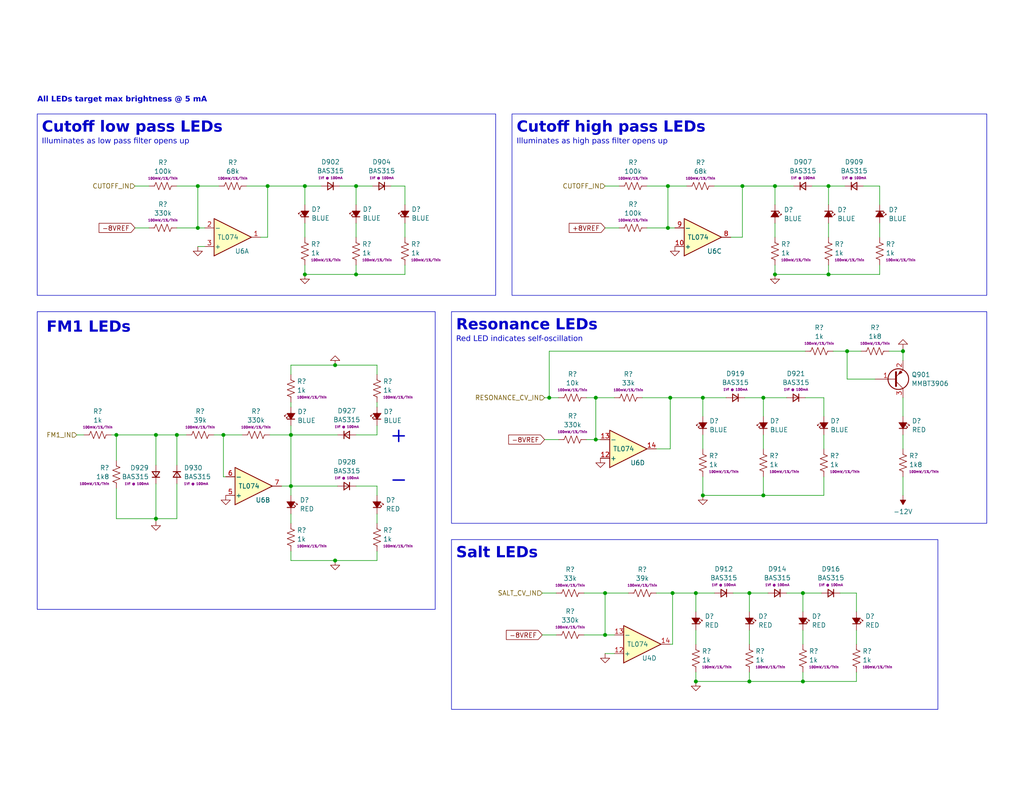
<source format=kicad_sch>
(kicad_sch (version 20250114) (generator "eeschema") (generator_version "9.0")
  (paper "USLetter")
  (title_block (title "Neptune") (date "2023-11-09") (rev "v3") (company "Winterbloom") (comment 1 "Carson Walls") (comment 2 "CERN-OHL-P v2") (comment 3 "neptune.wntr.dev"))
  (rectangle (start 123.19 147.32) (end 255.905 193.675))
  (rectangle (start 10.16 85.09) (end 118.745 166.37))
  (rectangle (start 10.16 31.115) (end 135.255 80.645))
  (rectangle (start 123.19 85.09) (end 269.24 142.875))
  (rectangle (start 139.7 31.115) (end 269.24 80.645))
  (text "Cutoff low pass LEDs" (at 11.43 37.465 0) (effects (font (size 3 3) (thickness 0.4) (bold yes)) (justify left bottom)))
  (text "Illuminates as high pass filter opens up" (at 140.97 40.005 0) (effects (font (size 1.5 1.5)) (justify left bottom)))
  (text "Resonance LEDs" (at 124.46 91.44 0) (effects (font (size 3 3) (thickness 0.4) (bold yes)) (justify left bottom)))
  (text "FM1 LEDs" (at 12.7 92.075 0) (effects (font (size 3 3) (thickness 0.4) (bold yes)) (justify left bottom)))
  (text "+" (at 106.045 121.285 0) (effects (font (size 4 4) (thickness 0.4) (bold yes)) (justify left bottom)))
  (text "-" (at 106.045 133.35 0) (effects (font (size 4 4) (thickness 0.4) (bold yes)) (justify left bottom)))
  (text "Salt LEDs" (at 124.46 153.67 0) (effects (font (size 3 3) (thickness 0.4) (bold yes)) (justify left bottom)))
  (text "Illuminates as low pass filter opens up" (at 11.43 40.005 0) (effects (font (size 1.5 1.5)) (justify left bottom)))
  (text "Cutoff high pass LEDs" (at 140.97 37.465 0) (effects (font (size 3 3) (thickness 0.4) (bold yes)) (justify left bottom)))
  (text "Red LED indicates self-oscillation" (at 124.46 93.98 0) (effects (font (size 1.5 1.5)) (justify left bottom)))
  (text "All LEDs target max brightness @ 5 mA" (at 10.16 28.575 0) (effects (font (size 1.5 1.5) (thickness 0.4) (bold yes)) (justify left bottom)))
  (junction (at 191.77 108.585))
  (junction (at 162.56 120.015))
  (junction (at 83.185 50.8))
  (junction (at 53.975 50.8))
  (junction (at 91.44 153.035))
  (junction (at 97.155 74.93))
  (junction (at 204.47 161.925))
  (junction (at 191.77 135.255))
  (junction (at 202.565 50.8))
  (junction (at 226.06 50.8))
  (junction (at 189.865 186.055))
  (junction (at 60.96 118.745))
  (junction (at 189.865 161.925))
  (junction (at 208.28 108.585))
  (junction (at 183.515 161.925))
  (junction (at 246.38 95.885))
  (junction (at 48.26 118.745))
  (junction (at 42.545 141.605))
  (junction (at 211.455 74.93))
  (junction (at 219.075 161.925))
  (junction (at 165.1 161.925))
  (junction (at 42.545 118.745))
  (junction (at 79.375 132.715))
  (junction (at 97.155 50.8))
  (junction (at 208.28 135.255))
  (junction (at 226.06 74.93))
  (junction (at 31.75 118.745))
  (junction (at 219.075 186.055))
  (junction (at 79.375 118.745))
  (junction (at 53.975 62.23))
  (junction (at 211.455 50.8))
  (junction (at 204.47 186.055))
  (junction (at 182.245 50.8))
  (junction (at 83.185 74.93))
  (junction (at 165.1 173.355))
  (junction (at 162.56 108.585))
  (junction (at 231.14 95.885))
  (junction (at 182.245 62.23))
  (junction (at 91.44 99.695))
  (junction (at 73.025 50.8))
  (junction (at 182.88 108.585))
  (junction (at 149.86 108.585))
  (wire (pts (xy 58.42 118.745) (xy 60.96 118.745)))
  (wire (pts (xy 165.1 178.435) (xy 167.64 178.435)))
  (wire (pts (xy 83.185 72.39) (xy 83.185 74.93)))
  (wire (pts (xy 224.79 130.175) (xy 224.79 135.255)))
  (wire (pts (xy 182.245 50.8) (xy 182.245 62.23)))
  (wire (pts (xy 60.96 130.175) (xy 61.595 130.175)))
  (wire (pts (xy 71.12 64.77) (xy 73.025 64.77)))
  (wire (pts (xy 48.26 118.745) (xy 50.8 118.745)))
  (wire (pts (xy 176.53 62.23) (xy 182.245 62.23)))
  (wire (pts (xy 211.455 50.8) (xy 216.535 50.8)))
  (wire (pts (xy 204.47 172.085) (xy 204.47 175.895)))
  (wire (pts (xy 208.28 130.175) (xy 208.28 135.255)))
  (wire (pts (xy 191.77 122.555) (xy 191.77 118.745)))
  (wire (pts (xy 165.1 62.23) (xy 168.91 62.23)))
  (wire (pts (xy 246.38 95.25) (xy 246.38 95.885)))
  (wire (pts (xy 160.02 120.015) (xy 162.56 120.015)))
  (wire (pts (xy 31.75 141.605) (xy 42.545 141.605)))
  (wire (pts (xy 211.455 72.39) (xy 211.455 74.93)))
  (wire (pts (xy 48.26 132.08) (xy 48.26 141.605)))
  (wire (pts (xy 191.77 108.585) (xy 198.12 108.585)))
  (wire (pts (xy 97.155 72.39) (xy 97.155 74.93)))
  (wire (pts (xy 204.47 167.005) (xy 204.47 161.925)))
  (wire (pts (xy 42.545 141.605) (xy 42.545 142.24)))
  (wire (pts (xy 53.975 50.8) (xy 53.975 62.23)))
  (wire (pts (xy 79.375 118.745) (xy 79.375 132.715)))
  (wire (pts (xy 91.44 99.695) (xy 102.87 99.695)))
  (wire (pts (xy 97.155 74.93) (xy 110.49 74.93)))
  (wire (pts (xy 79.375 118.745) (xy 79.375 116.205)))
  (wire (pts (xy 240.03 72.39) (xy 240.03 74.93)))
  (wire (pts (xy 162.56 108.585) (xy 162.56 120.015)))
  (wire (pts (xy 73.025 50.8) (xy 83.185 50.8)))
  (wire (pts (xy 92.71 50.8) (xy 97.155 50.8)))
  (wire (pts (xy 219.075 161.925) (xy 219.075 167.005)))
  (wire (pts (xy 79.375 140.335) (xy 79.375 142.875)))
  (wire (pts (xy 60.96 118.745) (xy 66.04 118.745)))
  (wire (pts (xy 97.155 118.745) (xy 102.87 118.745)))
  (wire (pts (xy 231.14 95.885) (xy 234.95 95.885)))
  (wire (pts (xy 110.49 50.8) (xy 110.49 55.88)))
  (wire (pts (xy 165.1 173.355) (xy 167.64 173.355)))
  (wire (pts (xy 30.48 118.745) (xy 31.75 118.745)))
  (wire (pts (xy 20.955 118.745) (xy 22.86 118.745)))
  (wire (pts (xy 73.66 118.745) (xy 79.375 118.745)))
  (wire (pts (xy 48.26 141.605) (xy 42.545 141.605)))
  (wire (pts (xy 189.865 183.515) (xy 189.865 186.055)))
  (wire (pts (xy 102.87 132.715) (xy 102.87 135.255)))
  (wire (pts (xy 219.71 108.585) (xy 224.79 108.585)))
  (wire (pts (xy 233.68 172.085) (xy 233.68 175.895)))
  (wire (pts (xy 79.375 153.035) (xy 91.44 153.035)))
  (wire (pts (xy 204.47 183.515) (xy 204.47 186.055)))
  (wire (pts (xy 208.28 135.255) (xy 224.79 135.255)))
  (wire (pts (xy 202.565 50.8) (xy 202.565 64.77)))
  (wire (pts (xy 36.83 62.23) (xy 40.64 62.23)))
  (wire (pts (xy 199.39 64.77) (xy 202.565 64.77)))
  (wire (pts (xy 53.975 50.8) (xy 59.69 50.8)))
  (wire (pts (xy 224.79 118.745) (xy 224.79 122.555)))
  (wire (pts (xy 148.59 108.585) (xy 149.86 108.585)))
  (wire (pts (xy 191.77 108.585) (xy 191.77 113.665)))
  (wire (pts (xy 200.025 161.925) (xy 204.47 161.925)))
  (wire (pts (xy 191.77 130.175) (xy 191.77 135.255)))
  (wire (pts (xy 60.96 118.745) (xy 60.96 130.175)))
  (wire (pts (xy 159.385 161.925) (xy 165.1 161.925)))
  (wire (pts (xy 42.545 132.08) (xy 42.545 141.605)))
  (wire (pts (xy 226.06 55.88) (xy 226.06 50.8)))
  (wire (pts (xy 176.53 50.8) (xy 182.245 50.8)))
  (wire (pts (xy 91.44 99.695) (xy 79.375 99.695)))
  (wire (pts (xy 240.03 60.96) (xy 240.03 64.77)))
  (wire (pts (xy 76.835 132.715) (xy 79.375 132.715)))
  (wire (pts (xy 97.155 55.88) (xy 97.155 50.8)))
  (wire (pts (xy 219.075 172.085) (xy 219.075 175.895)))
  (wire (pts (xy 149.86 108.585) (xy 149.86 95.885)))
  (wire (pts (xy 163.83 120.015) (xy 162.56 120.015)))
  (wire (pts (xy 102.87 140.335) (xy 102.87 142.875)))
  (wire (pts (xy 110.49 72.39) (xy 110.49 74.93)))
  (wire (pts (xy 36.83 50.8) (xy 40.64 50.8)))
  (wire (pts (xy 102.87 118.745) (xy 102.87 116.205)))
  (wire (pts (xy 191.77 135.255) (xy 208.28 135.255)))
  (wire (pts (xy 219.075 186.055) (xy 233.68 186.055)))
  (wire (pts (xy 67.31 50.8) (xy 73.025 50.8)))
  (wire (pts (xy 102.87 111.125) (xy 102.87 109.855)))
  (wire (pts (xy 159.385 173.355) (xy 165.1 173.355)))
  (wire (pts (xy 221.615 50.8) (xy 226.06 50.8)))
  (wire (pts (xy 208.28 113.665) (xy 208.28 108.585)))
  (wire (pts (xy 204.47 186.055) (xy 219.075 186.055)))
  (wire (pts (xy 227.33 95.885) (xy 231.14 95.885)))
  (wire (pts (xy 83.185 50.8) (xy 83.185 55.88)))
  (wire (pts (xy 42.545 118.745) (xy 48.26 118.745)))
  (wire (pts (xy 233.68 161.925) (xy 233.68 167.005)))
  (wire (pts (xy 102.87 150.495) (xy 102.87 153.035)))
  (wire (pts (xy 189.865 161.925) (xy 194.945 161.925)))
  (wire (pts (xy 97.155 132.715) (xy 102.87 132.715)))
  (wire (pts (xy 211.455 60.96) (xy 211.455 64.77)))
  (wire (pts (xy 31.75 118.745) (xy 31.75 125.73)))
  (wire (pts (xy 179.07 161.925) (xy 183.515 161.925)))
  (wire (pts (xy 106.68 50.8) (xy 110.49 50.8)))
  (wire (pts (xy 189.865 186.055) (xy 204.47 186.055)))
  (wire (pts (xy 165.1 50.8) (xy 168.91 50.8)))
  (wire (pts (xy 147.955 161.925) (xy 151.765 161.925)))
  (wire (pts (xy 226.06 50.8) (xy 230.505 50.8)))
  (wire (pts (xy 102.87 99.695) (xy 102.87 102.235)))
  (wire (pts (xy 182.88 175.895) (xy 183.515 175.895)))
  (wire (pts (xy 211.455 50.8) (xy 211.455 55.88)))
  (wire (pts (xy 91.44 153.035) (xy 102.87 153.035)))
  (wire (pts (xy 147.955 173.355) (xy 151.765 173.355)))
  (wire (pts (xy 175.26 108.585) (xy 182.88 108.585)))
  (wire (pts (xy 149.86 108.585) (xy 152.4 108.585)))
  (wire (pts (xy 240.03 50.8) (xy 240.03 55.88)))
  (wire (pts (xy 182.88 108.585) (xy 191.77 108.585)))
  (wire (pts (xy 53.975 62.23) (xy 55.88 62.23)))
  (wire (pts (xy 79.375 132.715) (xy 92.075 132.715)))
  (wire (pts (xy 208.28 118.745) (xy 208.28 122.555)))
  (wire (pts (xy 179.07 122.555) (xy 182.88 122.555)))
  (wire (pts (xy 219.075 161.925) (xy 214.63 161.925)))
  (wire (pts (xy 182.245 50.8) (xy 187.325 50.8)))
  (wire (pts (xy 208.28 108.585) (xy 214.63 108.585)))
  (wire (pts (xy 73.025 50.8) (xy 73.025 64.77)))
  (wire (pts (xy 79.375 150.495) (xy 79.375 153.035)))
  (wire (pts (xy 202.565 50.8) (xy 211.455 50.8)))
  (wire (pts (xy 48.26 62.23) (xy 53.975 62.23)))
  (wire (pts (xy 31.75 133.35) (xy 31.75 141.605)))
  (wire (pts (xy 83.185 50.8) (xy 87.63 50.8)))
  (wire (pts (xy 203.2 108.585) (xy 208.28 108.585)))
  (wire (pts (xy 79.375 118.745) (xy 92.075 118.745)))
  (wire (pts (xy 53.975 67.31) (xy 55.88 67.31)))
  (wire (pts (xy 165.1 161.925) (xy 171.45 161.925)))
  (wire (pts (xy 48.26 50.8) (xy 53.975 50.8)))
  (wire (pts (xy 97.155 50.8) (xy 101.6 50.8)))
  (wire (pts (xy 246.38 95.885) (xy 246.38 98.425)))
  (wire (pts (xy 231.14 103.505) (xy 231.14 95.885)))
  (wire (pts (xy 165.1 161.925) (xy 165.1 173.355)))
  (wire (pts (xy 83.185 74.93) (xy 97.155 74.93)))
  (wire (pts (xy 246.38 130.175) (xy 246.38 135.255)))
  (wire (pts (xy 235.585 50.8) (xy 240.03 50.8)))
  (wire (pts (xy 183.515 161.925) (xy 183.515 175.895)))
  (wire (pts (xy 182.245 62.23) (xy 184.15 62.23)))
  (wire (pts (xy 246.38 108.585) (xy 246.38 113.665)))
  (wire (pts (xy 238.76 103.505) (xy 231.14 103.505)))
  (wire (pts (xy 246.38 118.745) (xy 246.38 122.555)))
  (wire (pts (xy 160.02 108.585) (xy 162.56 108.585)))
  (wire (pts (xy 79.375 111.125) (xy 79.375 109.855)))
  (wire (pts (xy 189.865 161.925) (xy 189.865 167.005)))
  (wire (pts (xy 219.075 183.515) (xy 219.075 186.055)))
  (wire (pts (xy 148.59 120.015) (xy 152.4 120.015)))
  (wire (pts (xy 211.455 74.93) (xy 226.06 74.93)))
  (wire (pts (xy 242.57 95.885) (xy 246.38 95.885)))
  (wire (pts (xy 226.06 72.39) (xy 226.06 74.93)))
  (wire (pts (xy 149.86 95.885) (xy 219.71 95.885)))
  (wire (pts (xy 233.68 186.055) (xy 233.68 183.515)))
  (wire (pts (xy 31.75 118.745) (xy 42.545 118.745)))
  (wire (pts (xy 226.06 60.96) (xy 226.06 64.77)))
  (wire (pts (xy 110.49 60.96) (xy 110.49 64.77)))
  (wire (pts (xy 229.235 161.925) (xy 233.68 161.925)))
  (wire (pts (xy 189.865 172.085) (xy 189.865 175.895)))
  (wire (pts (xy 219.075 161.925) (xy 224.155 161.925)))
  (wire (pts (xy 48.26 118.745) (xy 48.26 127)))
  (wire (pts (xy 162.56 108.585) (xy 167.64 108.585)))
  (wire (pts (xy 224.79 108.585) (xy 224.79 113.665)))
  (wire (pts (xy 183.515 161.925) (xy 189.865 161.925)))
  (wire (pts (xy 79.375 99.695) (xy 79.375 102.235)))
  (wire (pts (xy 182.88 108.585) (xy 182.88 122.555)))
  (wire (pts (xy 204.47 161.925) (xy 209.55 161.925)))
  (wire (pts (xy 83.185 60.96) (xy 83.185 64.77)))
  (wire (pts (xy 42.545 118.745) (xy 42.545 127)))
  (wire (pts (xy 226.06 74.93) (xy 240.03 74.93)))
  (wire (pts (xy 194.945 50.8) (xy 202.565 50.8)))
  (wire (pts (xy 97.155 60.96) (xy 97.155 64.77)))
  (wire (pts (xy 79.375 132.715) (xy 79.375 135.255)))
  (global_label "+8VREF" (shape input) (at 165.1 62.23 180) (property "Intersheetrefs" "${INTERSHEET_REFS}" (effects (hide yes))))
  (global_label "-8VREF" (shape input) (at 147.955 173.355 180) (property "Intersheetrefs" "${INTERSHEET_REFS}" (effects (hide yes))))
  (global_label "-8VREF" (shape input) (at 36.83 62.23 180) (property "Intersheetrefs" "${INTERSHEET_REFS}" (effects (hide yes))))
  (global_label "-8VREF" (shape input) (at 148.59 120.015 180) (property "Intersheetrefs" "${INTERSHEET_REFS}" (effects (hide yes))))
  (hierarchical_label "CUTOFF_IN" (shape input) (at 165.1 50.8 180))
  (hierarchical_label "RESONANCE_CV_IN" (shape input) (at 148.59 108.585 180))
  (hierarchical_label "CUTOFF_IN" (shape input) (at 36.83 50.8 180))
  (hierarchical_label "FM1_IN" (shape input) (at 20.955 118.745 180))
  (hierarchical_label "SALT_CV_IN" (shape input) (at 147.955 161.925 180))
  (symbol (lib_id "Device:D_Small") (at 94.615 132.715 0) (mirror y) (unit 1)
    (property "Reference" "D928" (at 94.615 126.1441 0))
    (property "Value" "BAS315" (at 94.615 128.5683 0))
    (property "Footprint" "winterbloom:D_SOD-323" (effects (hide yes)))
    (property "MPN" "BAS316,115" (effects (hide yes)))
    (property "Rating" "1Vf @ 100mA" (at 94.615 130.4857 0) (effects (font (size 0.64 0.64))))
    (property "Notes" "Voltage drop diode" (effects (hide yes)))
    (property "DigiKey" "1727-4309-2-ND" (effects (hide yes)))
    (property "LCSC" "C109218" (effects (hide yes)))
    (property "Substitutes Allowed" "No" (effects (hide yes)))
    (instances (project "mainboard" (path "" (reference "D928") (unit 1))) (project "Diode_Ladder_Filter_V0.5" (path "" (reference "D?") (unit 1))))
  )
  (symbol (lib_id "Device:LED_Small_Filled") (at 102.87 137.795 270) (mirror x) (unit 1)
    (property "Reference" "D932" (at 105.283 136.5194 90) (effects (justify left)))
    (property "Value" "RED" (at 105.283 138.9436 90) (effects (justify left)))
    (property "Footprint" "winterbloom:LED_0805_Kingbright_APT2012" (effects (hide yes)))
    (property "Rating" "red" (effects (hide yes)))
    (property "MPN" "APT2012SURCK" (effects (hide yes)))
    (property "DigiKey" "754-1133-1-ND" (effects (hide yes)))
    (property "LCSC" "C5875730" (effects (hide yes)))
    (property "Substitutes Allowed" "No" (effects (hide yes)))
    (instances (project "board" (path "" (reference "D?") (unit 1))) (project "mainboard" (path "" (reference "D932") (unit 1))))
  )
  (symbol (lib_id "Device:R_US") (at 97.155 68.58 0) (unit 1)
    (property "Reference" "R905" (at 98.806 66.6626 0) (effects (justify left)))
    (property "Value" "1k" (at 98.806 69.0868 0) (effects (justify left)))
    (property "Footprint" "winterbloom:R_0603_HandSolder" (effects (hide yes)))
    (property "Rating" "100mW/1%/Thin" (at 98.806 71.0042 0) (effects (font (size 0.64 0.64)) (justify left)))
    (property "DigiKey" "YAG2323TR-ND" (effects (hide yes)))
    (property "LCSC" "C375503" (effects (hide yes)))
    (property "Substitutes Allowed" "Yes" (effects (hide yes)))
    (property "MPN" "RT0603FRE071KL" (effects (hide yes)))
    (instances (project "board" (path "" (reference "R?") (unit 1))) (project "mainboard" (path "" (reference "R905") (unit 1))))
  )
  (symbol (lib_id "Device:LED_Small_Filled") (at 110.49 58.42 90) (unit 1)
    (property "Reference" "D905" (at 112.268 57.1444 90) (effects (justify right)))
    (property "Value" "BLUE" (at 112.268 59.5686 90) (effects (justify right)))
    (property "Footprint" "winterbloom:LED_0805_Kingbright_APT2012" (effects (hide yes)))
    (property "Rating" "blue" (effects (hide yes)))
    (property "MPN" "APT2012VBC/D" (effects (hide yes)))
    (property "DigiKey" "754-1794-1-ND" (effects (hide yes)))
    (property "LCSC" "C5879386" (effects (hide yes)))
    (property "Substitutes Allowed" "No" (effects (hide yes)))
    (instances (project "board" (path "" (reference "D?") (unit 1))) (project "mainboard" (path "" (reference "D905") (unit 1))))
  )
  (symbol (lib_id "winterbloom:TL074") (at 175.26 175.895 0) (mirror x) (unit 4)
    (property "Reference" "U4" (at 177.165 179.705 0))
    (property "Value" "TL074" (at 173.99 175.895 0))
    (property "Footprint" "Package_SO:TSSOP-14_4.4x5mm_P0.65mm" (effects (hide yes)))
    (property "Datasheet" "https://www.ti.com/lit/ds/symlink/tl071.pdf" (effects (hide yes)))
    (property "MPN" "TL074HIPWR" (effects (hide yes)))
    (property "DigiKey" "296-TL074HIPWRCT-ND" (effects (hide yes)))
    (property "LCSC" "C4370424" (effects (hide yes)))
    (property "Substitutes Allowed" "No" (effects (hide yes)))
    (property "Notes" "TL074H over TL074C due to better input offset voltage" (effects (hide yes)))
  )
  (symbol (lib_id "power:GND") (at 246.38 95.25 180) (unit 1)
    (property "Reference" "#PWR03" (effects (hide yes)))
    (property "Value" "GND" (effects (hide yes)))
    (instances (project "board" (path "" (reference "#PWR?") (unit 1))) (project "mainboard" (path "" (reference "#PWR03") (unit 1))))
  )
  (symbol (lib_id "power:GND") (at 184.15 67.31 0) (unit 1)
    (property "Reference" "#PWR0908" (effects (hide yes)))
    (property "Value" "GND" (effects (hide yes)))
    (instances (project "board" (path "" (reference "#PWR?") (unit 1))) (project "mainboard" (path "" (reference "#PWR0908") (unit 1))))
  )
  (symbol (lib_id "power:-12V") (at 246.38 135.255 180) (unit 1)
    (property "Reference" "#PWR02" (effects (hide yes)))
    (property "Value" "-12V" (at 246.38 139.7 0))
  )
  (symbol (lib_id "Device:D_Small") (at 197.485 161.925 0) (mirror y) (unit 1)
    (property "Reference" "D912" (at 197.485 155.3541 0))
    (property "Value" "BAS315" (at 197.485 157.7783 0))
    (property "Footprint" "winterbloom:D_SOD-323" (effects (hide yes)))
    (property "MPN" "BAS316,115" (effects (hide yes)))
    (property "Rating" "1Vf @ 100mA" (at 197.485 159.6957 0) (effects (font (size 0.64 0.64))))
    (property "Notes" "Voltage drop diode" (effects (hide yes)))
    (property "DigiKey" "1727-4309-2-ND" (effects (hide yes)))
    (property "LCSC" "C109218" (effects (hide yes)))
    (property "Substitutes Allowed" "No" (effects (hide yes)))
    (instances (project "mainboard" (path "" (reference "D912") (unit 1))) (project "Diode_Ladder_Filter_V0.5" (path "" (reference "D?") (unit 1))))
  )
  (symbol (lib_id "Device:R_US") (at 83.185 68.58 0) (unit 1)
    (property "Reference" "R904" (at 84.836 66.6626 0) (effects (justify left)))
    (property "Value" "1k" (at 84.836 69.0868 0) (effects (justify left)))
    (property "Footprint" "winterbloom:R_0603_HandSolder" (effects (hide yes)))
    (property "Rating" "100mW/1%/Thin" (at 84.836 71.0042 0) (effects (font (size 0.64 0.64)) (justify left)))
    (property "DigiKey" "YAG2323TR-ND" (effects (hide yes)))
    (property "LCSC" "C375503" (effects (hide yes)))
    (property "Substitutes Allowed" "Yes" (effects (hide yes)))
    (property "MPN" "RT0603FRE071KL" (effects (hide yes)))
    (instances (project "board" (path "" (reference "R?") (unit 1))) (project "mainboard" (path "" (reference "R904") (unit 1))))
  )
  (symbol (lib_id "Device:D_Small") (at 104.14 50.8 0) (mirror y) (unit 1)
    (property "Reference" "D904" (at 104.14 44.2291 0))
    (property "Value" "BAS315" (at 104.14 46.6533 0))
    (property "Footprint" "winterbloom:D_SOD-323" (effects (hide yes)))
    (property "MPN" "BAS316,115" (effects (hide yes)))
    (property "Rating" "1Vf @ 100mA" (at 104.14 48.5707 0) (effects (font (size 0.64 0.64))))
    (property "Notes" "Voltage drop diode" (effects (hide yes)))
    (property "DigiKey" "1727-4309-2-ND" (effects (hide yes)))
    (property "LCSC" "C109218" (effects (hide yes)))
    (property "Substitutes Allowed" "No" (effects (hide yes)))
    (instances (project "mainboard" (path "" (reference "D904") (unit 1))) (project "Diode_Ladder_Filter_V0.5" (path "" (reference "D?") (unit 1))))
  )
  (symbol (lib_id "Device:D_Small") (at 200.66 108.585 0) (mirror y) (unit 1)
    (property "Reference" "D919" (at 200.66 102.0141 0))
    (property "Value" "BAS315" (at 200.66 104.4383 0))
    (property "Footprint" "winterbloom:D_SOD-323" (effects (hide yes)))
    (property "MPN" "BAS316,115" (effects (hide yes)))
    (property "Rating" "1Vf @ 100mA" (at 200.66 106.3557 0) (effects (font (size 0.64 0.64))))
    (property "Notes" "Voltage drop diode" (effects (hide yes)))
    (property "DigiKey" "1727-4309-2-ND" (effects (hide yes)))
    (property "LCSC" "C109218" (effects (hide yes)))
    (property "Substitutes Allowed" "No" (effects (hide yes)))
    (instances (project "mainboard" (path "" (reference "D919") (unit 1))) (project "Diode_Ladder_Filter_V0.5" (path "" (reference "D?") (unit 1))))
  )
  (symbol (lib_id "power:GND") (at 91.44 99.695 0) (mirror x) (unit 1)
    (property "Reference" "#PWR0910" (effects (hide yes)))
    (property "Value" "GND" (effects (hide yes)))
    (instances (project "board" (path "" (reference "#PWR?") (unit 1))) (project "mainboard" (path "" (reference "#PWR0910") (unit 1))))
  )
  (symbol (lib_id "winterbloom:TL074") (at 63.5 64.77 0) (mirror x) (unit 1)
    (property "Reference" "U6" (at 66.04 68.58 0))
    (property "Value" "TL074" (at 62.23 64.77 0))
    (property "Footprint" "Package_SO:TSSOP-14_4.4x5mm_P0.65mm" (effects (hide yes)))
    (property "Datasheet" "https://www.ti.com/lit/ds/symlink/tl071.pdf" (effects (hide yes)))
    (property "MPN" "TL074HIPWR" (effects (hide yes)))
    (property "DigiKey" "296-TL074HIPWRCT-ND" (effects (hide yes)))
    (property "LCSC" "C4370424" (effects (hide yes)))
    (property "Substitutes Allowed" "No" (effects (hide yes)))
    (property "Notes" "TL074H over TL074C due to better input offset voltage" (effects (hide yes)))
  )
  (symbol (lib_id "Device:LED_Small_Filled") (at 79.375 137.795 270) (mirror x) (unit 1)
    (property "Reference" "D926" (at 81.788 136.5194 90) (effects (justify left)))
    (property "Value" "RED" (at 81.788 138.9436 90) (effects (justify left)))
    (property "Footprint" "winterbloom:LED_0805_Kingbright_APT2012" (effects (hide yes)))
    (property "Rating" "red" (effects (hide yes)))
    (property "MPN" "APT2012SURCK" (effects (hide yes)))
    (property "DigiKey" "754-1133-1-ND" (effects (hide yes)))
    (property "LCSC" "C5875730" (effects (hide yes)))
    (property "Substitutes Allowed" "No" (effects (hide yes)))
    (instances (project "board" (path "" (reference "D?") (unit 1))) (project "mainboard" (path "" (reference "D926") (unit 1))))
  )
  (symbol (lib_id "power:GND") (at 191.77 135.255 0) (unit 1)
    (property "Reference" "#PWR0906" (effects (hide yes)))
    (property "Value" "GND" (effects (hide yes)))
    (instances (project "board" (path "" (reference "#PWR?") (unit 1))) (project "mainboard" (path "" (reference "#PWR0906") (unit 1))))
  )
  (symbol (lib_id "Device:R_US") (at 238.76 95.885 90) (unit 1)
    (property "Reference" "R936" (at 238.76 89.4411 90))
    (property "Value" "1k8" (at 238.76 91.8653 90))
    (property "Footprint" "winterbloom:R_0603_HandSolder" (effects (hide yes)))
    (property "Rating" "100mW/1%/Thin" (at 238.76 93.7827 90) (effects (font (size 0.64 0.64))))
    (property "DigiKey" "13-RT0603FRE071K8LCT-ND" (effects (hide yes)))
    (property "LCSC" "C375505" (effects (hide yes)))
    (property "Substitutes Allowed" "Yes" (effects (hide yes)))
    (property "MPN" "RT0603FRE071K8L" (effects (hide yes)))
    (instances (project "board" (path "" (reference "R?") (unit 1))) (project "mainboard" (path "" (reference "R936") (unit 1))))
  )
  (symbol (lib_id "Device:R_US") (at 44.45 62.23 270) (unit 1)
    (property "Reference" "R902" (at 44.45 55.7861 90))
    (property "Value" "330k" (at 44.45 58.2103 90))
    (property "Footprint" "winterbloom:R_0603_HandSolder" (effects (hide yes)))
    (property "Rating" "100mW/1%/Thin" (at 44.45 60.1277 90) (effects (font (size 0.64 0.64))))
    (property "DigiKey" "13-RT0603FRE07330KLCT-ND" (effects (hide yes)))
    (property "LCSC" "C863745" (effects (hide yes)))
    (property "Substitutes Allowed" "Yes" (effects (hide yes)))
    (property "MPN" "RT0603FRE07330KL" (effects (hide yes)))
    (instances (project "board" (path "" (reference "R?") (unit 1))) (project "mainboard" (path "" (reference "R902") (unit 1))))
  )
  (symbol (lib_id "Device:D_Small") (at 212.09 161.925 0) (mirror y) (unit 1)
    (property "Reference" "D914" (at 212.09 155.3541 0))
    (property "Value" "BAS315" (at 212.09 157.7783 0))
    (property "Footprint" "winterbloom:D_SOD-323" (effects (hide yes)))
    (property "MPN" "BAS316,115" (effects (hide yes)))
    (property "Rating" "1Vf @ 100mA" (at 212.09 159.6957 0) (effects (font (size 0.64 0.64))))
    (property "Notes" "Voltage drop diode" (effects (hide yes)))
    (property "DigiKey" "1727-4309-2-ND" (effects (hide yes)))
    (property "LCSC" "C109218" (effects (hide yes)))
    (property "Substitutes Allowed" "No" (effects (hide yes)))
    (instances (project "mainboard" (path "" (reference "D914") (unit 1))) (project "Diode_Ladder_Filter_V0.5" (path "" (reference "D?") (unit 1))))
  )
  (symbol (lib_id "Device:R_US") (at 189.865 179.705 0) (unit 1)
    (property "Reference" "R916" (at 191.516 177.7876 0) (effects (justify left)))
    (property "Value" "1k" (at 191.516 180.2118 0) (effects (justify left)))
    (property "Footprint" "winterbloom:R_0603_HandSolder" (effects (hide yes)))
    (property "Rating" "100mW/1%/Thin" (at 191.516 182.1292 0) (effects (font (size 0.64 0.64)) (justify left)))
    (property "DigiKey" "YAG2323TR-ND" (effects (hide yes)))
    (property "LCSC" "C375503" (effects (hide yes)))
    (property "Substitutes Allowed" "Yes" (effects (hide yes)))
    (property "MPN" "RT0603FRE071KL" (effects (hide yes)))
    (instances (project "board" (path "" (reference "R?") (unit 1))) (project "mainboard" (path "" (reference "R916") (unit 1))))
  )
  (symbol (lib_id "Device:LED_Small_Filled") (at 102.87 113.665 90) (unit 1)
    (property "Reference" "D931" (at 104.648 112.3894 90) (effects (justify right)))
    (property "Value" "BLUE" (at 104.648 114.8136 90) (effects (justify right)))
    (property "Footprint" "winterbloom:LED_0805_Kingbright_APT2012" (effects (hide yes)))
    (property "Rating" "blue" (effects (hide yes)))
    (property "MPN" "APT2012VBC/D" (effects (hide yes)))
    (property "DigiKey" "754-1794-1-ND" (effects (hide yes)))
    (property "LCSC" "C5879386" (effects (hide yes)))
    (property "Substitutes Allowed" "No" (effects (hide yes)))
    (instances (project "board" (path "" (reference "D?") (unit 1))) (project "mainboard" (path "" (reference "D931") (unit 1))))
  )
  (symbol (lib_id "Device:D_Small") (at 42.545 129.54 270) (mirror x) (unit 1)
    (property "Reference" "D929" (at 40.64 127.7384 90) (effects (justify right)))
    (property "Value" "BAS315" (at 40.64 130.1626 90) (effects (justify right)))
    (property "Footprint" "winterbloom:D_SOD-323" (effects (hide yes)))
    (property "MPN" "BAS316,115" (effects (hide yes)))
    (property "Rating" "1Vf @ 100mA" (at 40.64 132.08 90) (effects (font (size 0.64 0.64)) (justify right)))
    (property "Notes" "Voltage drop diode" (effects (hide yes)))
    (property "DigiKey" "1727-4309-2-ND" (effects (hide yes)))
    (property "LCSC" "C109218" (effects (hide yes)))
    (property "Substitutes Allowed" "No" (effects (hide yes)))
    (instances (project "mainboard" (path "" (reference "D929") (unit 1))) (project "Diode_Ladder_Filter_V0.5" (path "" (reference "D?") (unit 1))))
  )
  (symbol (lib_id "Device:D_Small") (at 219.075 50.8 0) (unit 1)
    (property "Reference" "D907" (at 219.075 44.2291 0))
    (property "Value" "BAS315" (at 219.075 46.6533 0))
    (property "Footprint" "winterbloom:D_SOD-323" (effects (hide yes)))
    (property "MPN" "BAS316,115" (effects (hide yes)))
    (property "Rating" "1Vf @ 100mA" (at 219.075 48.5707 0) (effects (font (size 0.64 0.64))))
    (property "Notes" "Voltage drop diode" (effects (hide yes)))
    (property "DigiKey" "1727-4309-2-ND" (effects (hide yes)))
    (property "LCSC" "C109218" (effects (hide yes)))
    (property "Substitutes Allowed" "No" (effects (hide yes)))
    (instances (project "mainboard" (path "" (reference "D907") (unit 1))) (project "Diode_Ladder_Filter_V0.5" (path "" (reference "D?") (unit 1))))
  )
  (symbol (lib_id "Device:R_US") (at 224.79 126.365 0) (unit 1)
    (property "Reference" "R925" (at 226.441 124.4476 0) (effects (justify left)))
    (property "Value" "1k" (at 226.441 126.8718 0) (effects (justify left)))
    (property "Footprint" "winterbloom:R_0603_HandSolder" (effects (hide yes)))
    (property "Rating" "100mW/1%/Thin" (at 226.441 128.7892 0) (effects (font (size 0.64 0.64)) (justify left)))
    (property "DigiKey" "YAG2323TR-ND" (effects (hide yes)))
    (property "LCSC" "C375503" (effects (hide yes)))
    (property "Substitutes Allowed" "Yes" (effects (hide yes)))
    (property "MPN" "RT0603FRE071KL" (effects (hide yes)))
    (instances (project "board" (path "" (reference "R?") (unit 1))) (project "mainboard" (path "" (reference "R925") (unit 1))))
  )
  (symbol (lib_id "Device:R_US") (at 155.575 161.925 270) (unit 1)
    (property "Reference" "R913" (at 155.575 155.4811 90))
    (property "Value" "33k" (at 155.575 157.9053 90))
    (property "Footprint" "winterbloom:R_0603_HandSolder" (effects (hide yes)))
    (property "Rating" "100mW/1%/Thin" (at 155.575 159.8227 90) (effects (font (size 0.64 0.64))))
    (property "DigiKey" "YAG5959CT-ND" (effects (hide yes)))
    (property "LCSC" "C706162" (effects (hide yes)))
    (property "Substitutes Allowed" "Yes" (effects (hide yes)))
    (property "MPN" "RT0603FRE0733KL" (effects (hide yes)))
    (instances (project "board" (path "" (reference "R?") (unit 1))) (project "mainboard" (path "" (reference "R913") (unit 1))))
  )
  (symbol (lib_id "Device:R_US") (at 26.67 118.745 90) (unit 1)
    (property "Reference" "R933" (at 26.67 112.3011 90))
    (property "Value" "1k" (at 26.67 114.7253 90))
    (property "Footprint" "winterbloom:R_0603_HandSolder" (effects (hide yes)))
    (property "Rating" "100mW/1%/Thin" (at 26.67 116.6427 90) (effects (font (size 0.64 0.64))))
    (property "DigiKey" "YAG2323TR-ND" (effects (hide yes)))
    (property "LCSC" "C375503" (effects (hide yes)))
    (property "Substitutes Allowed" "Yes" (effects (hide yes)))
    (property "MPN" "RT0603FRE071KL" (effects (hide yes)))
    (instances (project "board" (path "" (reference "R?") (unit 1))) (project "mainboard" (path "" (reference "R933") (unit 1))))
  )
  (symbol (lib_id "Device:R_US") (at 69.85 118.745 270) (unit 1)
    (property "Reference" "R928" (at 69.85 112.3011 90))
    (property "Value" "330k" (at 69.85 114.7253 90))
    (property "Footprint" "winterbloom:R_0603_HandSolder" (effects (hide yes)))
    (property "Rating" "100mW/1%/Thin" (at 69.85 116.6427 90) (effects (font (size 0.64 0.64))))
    (property "DigiKey" "13-RT0603FRE07330KLCT-ND" (effects (hide yes)))
    (property "LCSC" "C863745" (effects (hide yes)))
    (property "Substitutes Allowed" "Yes" (effects (hide yes)))
    (property "MPN" "RT0603FRE07330KL" (effects (hide yes)))
    (instances (project "board" (path "" (reference "R?") (unit 1))) (project "mainboard" (path "" (reference "R928") (unit 1))))
  )
  (symbol (lib_id "Device:LED_Small_Filled") (at 246.38 116.205 270) (mirror x) (unit 1)
    (property "Reference" "D924" (at 248.793 114.9294 90) (effects (justify left)))
    (property "Value" "RED" (at 248.793 117.3536 90) (effects (justify left)))
    (property "Footprint" "winterbloom:LED_0805_Kingbright_APT2012" (effects (hide yes)))
    (property "Rating" "red" (effects (hide yes)))
    (property "MPN" "APT2012SURCK" (effects (hide yes)))
    (property "DigiKey" "754-1133-1-ND" (effects (hide yes)))
    (property "LCSC" "C5875730" (effects (hide yes)))
    (property "Substitutes Allowed" "No" (effects (hide yes)))
    (instances (project "board" (path "" (reference "D?") (unit 1))) (project "mainboard" (path "" (reference "D924") (unit 1))))
  )
  (symbol (lib_id "Device:R_US") (at 44.45 50.8 270) (unit 1)
    (property "Reference" "R901" (at 44.45 44.3561 90))
    (property "Value" "100k" (at 44.45 46.7803 90))
    (property "Footprint" "winterbloom:R_0603_HandSolder" (effects (hide yes)))
    (property "Rating" "100mW/1%/Thin" (at 44.45 48.6977 90) (effects (font (size 0.64 0.64))))
    (property "DigiKey" "13-RT0603FRE13100KLTR-ND" (effects (hide yes)))
    (property "LCSC" "C4107493" (effects (hide yes)))
    (property "Substitutes Allowed" "Yes" (effects (hide yes)))
    (property "MPN" "RT0603FRE13100KL" (effects (hide yes)))
    (instances (project "board" (path "" (reference "R?") (unit 1))) (project "mainboard" (path "" (reference "R901") (unit 1))) (project "VCA" (path "" (reference "R?") (unit 1)) (path "" (reference "R?") (unit 1))))
  )
  (symbol (lib_id "power:GND") (at 83.185 74.93 0) (unit 1)
    (property "Reference" "#PWR0904" (effects (hide yes)))
    (property "Value" "GND" (effects (hide yes)))
    (instances (project "board" (path "" (reference "#PWR?") (unit 1))) (project "mainboard" (path "" (reference "#PWR0904") (unit 1))))
  )
  (symbol (lib_id "Device:R_US") (at 155.575 173.355 270) (unit 1)
    (property "Reference" "R914" (at 155.575 166.9111 90))
    (property "Value" "330k" (at 155.575 169.3353 90))
    (property "Footprint" "winterbloom:R_0603_HandSolder" (effects (hide yes)))
    (property "Rating" "100mW/1%/Thin" (at 155.575 171.2527 90) (effects (font (size 0.64 0.64))))
    (property "DigiKey" "13-RT0603FRE07330KLCT-ND" (effects (hide yes)))
    (property "LCSC" "C863745" (effects (hide yes)))
    (property "Substitutes Allowed" "Yes" (effects (hide yes)))
    (property "MPN" "RT0603FRE07330KL" (effects (hide yes)))
    (instances (project "board" (path "" (reference "R?") (unit 1))) (project "mainboard" (path "" (reference "R914") (unit 1))))
  )
  (symbol (lib_id "Device:R_US") (at 172.72 50.8 270) (unit 1)
    (property "Reference" "R907" (at 172.72 44.3561 90))
    (property "Value" "100k" (at 172.72 46.7803 90))
    (property "Footprint" "winterbloom:R_0603_HandSolder" (effects (hide yes)))
    (property "Rating" "100mW/1%/Thin" (at 172.72 48.6977 90) (effects (font (size 0.64 0.64))))
    (property "DigiKey" "13-RT0603FRE13100KLTR-ND" (effects (hide yes)))
    (property "LCSC" "C4107493" (effects (hide yes)))
    (property "Substitutes Allowed" "Yes" (effects (hide yes)))
    (property "MPN" "RT0603FRE13100KL" (effects (hide yes)))
    (instances (project "board" (path "" (reference "R?") (unit 1))) (project "mainboard" (path "" (reference "R907") (unit 1))) (project "VCA" (path "" (reference "R?") (unit 1)) (path "" (reference "R?") (unit 1))))
  )
  (symbol (lib_id "Device:R_US") (at 211.455 68.58 0) (unit 1)
    (property "Reference" "R910" (at 213.106 66.6626 0) (effects (justify left)))
    (property "Value" "1k" (at 213.106 69.0868 0) (effects (justify left)))
    (property "Footprint" "winterbloom:R_0603_HandSolder" (effects (hide yes)))
    (property "Rating" "100mW/1%/Thin" (at 213.106 71.0042 0) (effects (font (size 0.64 0.64)) (justify left)))
    (property "DigiKey" "YAG2323TR-ND" (effects (hide yes)))
    (property "LCSC" "C375503" (effects (hide yes)))
    (property "Substitutes Allowed" "Yes" (effects (hide yes)))
    (property "MPN" "RT0603FRE071KL" (effects (hide yes)))
    (instances (project "board" (path "" (reference "R?") (unit 1))) (project "mainboard" (path "" (reference "R910") (unit 1))))
  )
  (symbol (lib_id "Device:LED_Small_Filled") (at 233.68 169.545 270) (mirror x) (unit 1)
    (property "Reference" "D917" (at 236.093 168.2694 90) (effects (justify left)))
    (property "Value" "RED" (at 236.093 170.6936 90) (effects (justify left)))
    (property "Footprint" "winterbloom:LED_0805_Kingbright_APT2012" (effects (hide yes)))
    (property "Rating" "red" (effects (hide yes)))
    (property "MPN" "APT2012SURCK" (effects (hide yes)))
    (property "DigiKey" "754-1133-1-ND" (effects (hide yes)))
    (property "LCSC" "C5875730" (effects (hide yes)))
    (property "Substitutes Allowed" "No" (effects (hide yes)))
    (instances (project "board" (path "" (reference "D?") (unit 1))) (project "mainboard" (path "" (reference "D917") (unit 1))))
  )
  (symbol (lib_id "Device:D_Small") (at 90.17 50.8 0) (mirror y) (unit 1)
    (property "Reference" "D902" (at 90.17 44.2291 0))
    (property "Value" "BAS315" (at 90.17 46.6533 0))
    (property "Footprint" "winterbloom:D_SOD-323" (effects (hide yes)))
    (property "MPN" "BAS316,115" (effects (hide yes)))
    (property "Rating" "1Vf @ 100mA" (at 90.17 48.5707 0) (effects (font (size 0.64 0.64))))
    (property "Notes" "Voltage drop diode" (effects (hide yes)))
    (property "DigiKey" "1727-4309-2-ND" (effects (hide yes)))
    (property "LCSC" "C109218" (effects (hide yes)))
    (property "Substitutes Allowed" "No" (effects (hide yes)))
    (instances (project "mainboard" (path "" (reference "D902") (unit 1))) (project "Diode_Ladder_Filter_V0.5" (path "" (reference "D?") (unit 1))))
  )
  (symbol (lib_id "power:GND") (at 91.44 153.035 0) (unit 1)
    (property "Reference" "#PWR0911" (effects (hide yes)))
    (property "Value" "GND" (effects (hide yes)))
    (instances (project "board" (path "" (reference "#PWR?") (unit 1))) (project "mainboard" (path "" (reference "#PWR0911") (unit 1))))
  )
  (symbol (lib_id "Device:R_US") (at 191.77 126.365 0) (unit 1)
    (property "Reference" "R923" (at 193.421 124.4476 0) (effects (justify left)))
    (property "Value" "1k" (at 193.421 126.8718 0) (effects (justify left)))
    (property "Footprint" "winterbloom:R_0603_HandSolder" (effects (hide yes)))
    (property "Rating" "100mW/1%/Thin" (at 193.421 128.7892 0) (effects (font (size 0.64 0.64)) (justify left)))
    (property "DigiKey" "YAG2323TR-ND" (effects (hide yes)))
    (property "LCSC" "C375503" (effects (hide yes)))
    (property "Substitutes Allowed" "Yes" (effects (hide yes)))
    (property "MPN" "RT0603FRE071KL" (effects (hide yes)))
    (instances (project "board" (path "" (reference "R?") (unit 1))) (project "mainboard" (path "" (reference "R923") (unit 1))))
  )
  (symbol (lib_id "Device:R_US") (at 223.52 95.885 90) (unit 1)
    (property "Reference" "R935" (at 223.52 89.4411 90))
    (property "Value" "1k" (at 223.52 91.8653 90))
    (property "Footprint" "winterbloom:R_0603_HandSolder" (effects (hide yes)))
    (property "Rating" "100mW/1%/Thin" (at 223.52 93.7827 90) (effects (font (size 0.64 0.64))))
    (property "DigiKey" "YAG2323TR-ND" (effects (hide yes)))
    (property "LCSC" "C375503" (effects (hide yes)))
    (property "Substitutes Allowed" "Yes" (effects (hide yes)))
    (property "MPN" "RT0603FRE071KL" (effects (hide yes)))
    (instances (project "board" (path "" (reference "R?") (unit 1))) (project "mainboard" (path "" (reference "R935") (unit 1))))
  )
  (symbol (lib_id "Device:LED_Small_Filled") (at 97.155 58.42 90) (unit 1)
    (property "Reference" "D903" (at 98.933 57.1444 90) (effects (justify right)))
    (property "Value" "BLUE" (at 98.933 59.5686 90) (effects (justify right)))
    (property "Footprint" "winterbloom:LED_0805_Kingbright_APT2012" (effects (hide yes)))
    (property "Rating" "blue" (effects (hide yes)))
    (property "MPN" "APT2012VBC/D" (effects (hide yes)))
    (property "DigiKey" "754-1794-1-ND" (effects (hide yes)))
    (property "LCSC" "C5879386" (effects (hide yes)))
    (property "Substitutes Allowed" "No" (effects (hide yes)))
    (instances (project "board" (path "" (reference "D?") (unit 1))) (project "mainboard" (path "" (reference "D903") (unit 1))))
  )
  (symbol (lib_id "Device:R_US") (at 79.375 146.685 0) (unit 1)
    (property "Reference" "R930" (at 81.026 144.7676 0) (effects (justify left)))
    (property "Value" "1k" (at 81.026 147.1918 0) (effects (justify left)))
    (property "Footprint" "winterbloom:R_0603_HandSolder" (effects (hide yes)))
    (property "Rating" "100mW/1%/Thin" (at 81.026 149.1092 0) (effects (font (size 0.64 0.64)) (justify left)))
    (property "DigiKey" "YAG2323TR-ND" (effects (hide yes)))
    (property "LCSC" "C375503" (effects (hide yes)))
    (property "Substitutes Allowed" "Yes" (effects (hide yes)))
    (property "MPN" "RT0603FRE071KL" (effects (hide yes)))
    (instances (project "board" (path "" (reference "R?") (unit 1))) (project "mainboard" (path "" (reference "R930") (unit 1))))
  )
  (symbol (lib_id "Device:R_US") (at 110.49 68.58 0) (unit 1)
    (property "Reference" "R906" (at 112.141 66.6626 0) (effects (justify left)))
    (property "Value" "1k" (at 112.141 69.0868 0) (effects (justify left)))
    (property "Footprint" "winterbloom:R_0603_HandSolder" (effects (hide yes)))
    (property "Rating" "100mW/1%/Thin" (at 112.141 71.0042 0) (effects (font (size 0.64 0.64)) (justify left)))
    (property "DigiKey" "YAG2323TR-ND" (effects (hide yes)))
    (property "LCSC" "C375503" (effects (hide yes)))
    (property "Substitutes Allowed" "Yes" (effects (hide yes)))
    (property "MPN" "RT0603FRE071KL" (effects (hide yes)))
    (instances (project "board" (path "" (reference "R?") (unit 1))) (project "mainboard" (path "" (reference "R906") (unit 1))))
  )
  (symbol (lib_id "Device:LED_Small_Filled") (at 204.47 169.545 270) (mirror x) (unit 1)
    (property "Reference" "D913" (at 206.883 168.2694 90) (effects (justify left)))
    (property "Value" "RED" (at 206.883 170.6936 90) (effects (justify left)))
    (property "Footprint" "winterbloom:LED_0805_Kingbright_APT2012" (effects (hide yes)))
    (property "Rating" "red" (effects (hide yes)))
    (property "MPN" "APT2012SURCK" (effects (hide yes)))
    (property "DigiKey" "754-1133-1-ND" (effects (hide yes)))
    (property "LCSC" "C5875730" (effects (hide yes)))
    (property "Substitutes Allowed" "No" (effects (hide yes)))
    (instances (project "board" (path "" (reference "D?") (unit 1))) (project "mainboard" (path "" (reference "D913") (unit 1))))
  )
  (symbol (lib_id "Device:LED_Small_Filled") (at 208.28 116.205 90) (unit 1)
    (property "Reference" "D920" (at 210.058 114.9294 90) (effects (justify right)))
    (property "Value" "BLUE" (at 210.058 117.3536 90) (effects (justify right)))
    (property "Footprint" "winterbloom:LED_0805_Kingbright_APT2012" (effects (hide yes)))
    (property "Rating" "blue" (effects (hide yes)))
    (property "MPN" "APT2012VBC/D" (effects (hide yes)))
    (property "DigiKey" "754-1794-1-ND" (effects (hide yes)))
    (property "LCSC" "C5879386" (effects (hide yes)))
    (property "Substitutes Allowed" "No" (effects (hide yes)))
    (instances (project "board" (path "" (reference "D?") (unit 1))) (project "mainboard" (path "" (reference "D920") (unit 1))))
  )
  (symbol (lib_id "Device:R_US") (at 63.5 50.8 90) (unit 1)
    (property "Reference" "R903" (at 63.5 44.3561 90))
    (property "Value" "68k" (at 63.5 46.7803 90))
    (property "Footprint" "winterbloom:R_0603_HandSolder" (effects (hide yes)))
    (property "Rating" "100mW/1%/Thin" (at 63.5 48.6977 90) (effects (font (size 0.64 0.64))))
    (property "DigiKey" "YAG5967CT-ND" (effects (hide yes)))
    (property "LCSC" "C706189" (effects (hide yes)))
    (property "Substitutes Allowed" "Yes" (effects (hide yes)))
    (property "MPN" "RT0603FRE0768KL" (effects (hide yes)))
    (instances (project "board" (path "" (reference "R?") (unit 1))) (project "mainboard" (path "" (reference "R903") (unit 1))) (project "VCA" (path "" (reference "R?") (unit 1)) (path "" (reference "R?") (unit 1))))
  )
  (symbol (lib_id "Device:R_US") (at 226.06 68.58 0) (unit 1)
    (property "Reference" "R911" (at 227.711 66.6626 0) (effects (justify left)))
    (property "Value" "1k" (at 227.711 69.0868 0) (effects (justify left)))
    (property "Footprint" "winterbloom:R_0603_HandSolder" (effects (hide yes)))
    (property "Rating" "100mW/1%/Thin" (at 227.711 71.0042 0) (effects (font (size 0.64 0.64)) (justify left)))
    (property "DigiKey" "YAG2323TR-ND" (effects (hide yes)))
    (property "LCSC" "C375503" (effects (hide yes)))
    (property "Substitutes Allowed" "Yes" (effects (hide yes)))
    (property "MPN" "RT0603FRE071KL" (effects (hide yes)))
    (instances (project "board" (path "" (reference "R?") (unit 1))) (project "mainboard" (path "" (reference "R911") (unit 1))))
  )
  (symbol (lib_id "power:GND") (at 53.975 67.31 0) (unit 1)
    (property "Reference" "#PWR0901" (effects (hide yes)))
    (property "Value" "GND" (effects (hide yes)))
    (instances (project "board" (path "" (reference "#PWR?") (unit 1))) (project "mainboard" (path "" (reference "#PWR0901") (unit 1))))
  )
  (symbol (lib_id "Device:LED_Small_Filled") (at 219.075 169.545 270) (mirror x) (unit 1)
    (property "Reference" "D915" (at 221.488 168.2694 90) (effects (justify left)))
    (property "Value" "RED" (at 221.488 170.6936 90) (effects (justify left)))
    (property "Footprint" "winterbloom:LED_0805_Kingbright_APT2012" (effects (hide yes)))
    (property "Rating" "red" (effects (hide yes)))
    (property "MPN" "APT2012SURCK" (effects (hide yes)))
    (property "DigiKey" "754-1133-1-ND" (effects (hide yes)))
    (property "LCSC" "C5875730" (effects (hide yes)))
    (property "Substitutes Allowed" "No" (effects (hide yes)))
    (instances (project "board" (path "" (reference "D?") (unit 1))) (project "mainboard" (path "" (reference "D915") (unit 1))))
  )
  (symbol (lib_id "power:GND") (at 165.1 178.435 0) (unit 1)
    (property "Reference" "#PWR0907" (effects (hide yes)))
    (property "Value" "GND" (effects (hide yes)))
    (instances (project "board" (path "" (reference "#PWR?") (unit 1))) (project "mainboard" (path "" (reference "#PWR0907") (unit 1))))
  )
  (symbol (lib_id "Device:R_US") (at 191.135 50.8 90) (unit 1)
    (property "Reference" "R909" (at 191.135 44.3561 90))
    (property "Value" "68k" (at 191.135 46.7803 90))
    (property "Footprint" "winterbloom:R_0603_HandSolder" (effects (hide yes)))
    (property "Rating" "100mW/1%/Thin" (at 191.135 48.6977 90) (effects (font (size 0.64 0.64))))
    (property "DigiKey" "YAG5967CT-ND" (effects (hide yes)))
    (property "LCSC" "C706189" (effects (hide yes)))
    (property "Substitutes Allowed" "Yes" (effects (hide yes)))
    (property "MPN" "RT0603FRE0768KL" (effects (hide yes)))
    (instances (project "board" (path "" (reference "R?") (unit 1))) (project "mainboard" (path "" (reference "R909") (unit 1))) (project "VCA" (path "" (reference "R?") (unit 1)) (path "" (reference "R?") (unit 1))))
  )
  (symbol (lib_id "power:GND") (at 163.83 125.095 0) (unit 1)
    (property "Reference" "#PWR0903" (effects (hide yes)))
    (property "Value" "GND" (effects (hide yes)))
    (instances (project "board" (path "" (reference "#PWR?") (unit 1))) (project "mainboard" (path "" (reference "#PWR0903") (unit 1))))
  )
  (symbol (lib_id "Device:R_US") (at 102.87 146.685 0) (unit 1)
    (property "Reference" "R932" (at 104.521 144.7676 0) (effects (justify left)))
    (property "Value" "1k" (at 104.521 147.1918 0) (effects (justify left)))
    (property "Footprint" "winterbloom:R_0603_HandSolder" (effects (hide yes)))
    (property "Rating" "100mW/1%/Thin" (at 104.521 149.1092 0) (effects (font (size 0.64 0.64)) (justify left)))
    (property "DigiKey" "YAG2323TR-ND" (effects (hide yes)))
    (property "LCSC" "C375503" (effects (hide yes)))
    (property "Substitutes Allowed" "Yes" (effects (hide yes)))
    (property "MPN" "RT0603FRE071KL" (effects (hide yes)))
    (instances (project "board" (path "" (reference "R?") (unit 1))) (project "mainboard" (path "" (reference "R932") (unit 1))))
  )
  (symbol (lib_id "Device:R_US") (at 204.47 179.705 0) (unit 1)
    (property "Reference" "R917" (at 206.121 177.7876 0) (effects (justify left)))
    (property "Value" "1k" (at 206.121 180.2118 0) (effects (justify left)))
    (property "Footprint" "winterbloom:R_0603_HandSolder" (effects (hide yes)))
    (property "Rating" "100mW/1%/Thin" (at 206.121 182.1292 0) (effects (font (size 0.64 0.64)) (justify left)))
    (property "DigiKey" "YAG2323TR-ND" (effects (hide yes)))
    (property "LCSC" "C375503" (effects (hide yes)))
    (property "Substitutes Allowed" "Yes" (effects (hide yes)))
    (property "MPN" "RT0603FRE071KL" (effects (hide yes)))
    (instances (project "board" (path "" (reference "R?") (unit 1))) (project "mainboard" (path "" (reference "R917") (unit 1))))
  )
  (symbol (lib_id "Device:D_Small") (at 233.045 50.8 0) (unit 1)
    (property "Reference" "D909" (at 233.045 44.2291 0))
    (property "Value" "BAS315" (at 233.045 46.6533 0))
    (property "Footprint" "winterbloom:D_SOD-323" (effects (hide yes)))
    (property "MPN" "BAS316,115" (effects (hide yes)))
    (property "Rating" "1Vf @ 100mA" (at 233.045 48.5707 0) (effects (font (size 0.64 0.64))))
    (property "Notes" "Voltage drop diode" (effects (hide yes)))
    (property "DigiKey" "1727-4309-2-ND" (effects (hide yes)))
    (property "LCSC" "C109218" (effects (hide yes)))
    (property "Substitutes Allowed" "No" (effects (hide yes)))
    (instances (project "mainboard" (path "" (reference "D909") (unit 1))) (project "Diode_Ladder_Filter_V0.5" (path "" (reference "D?") (unit 1))))
  )
  (symbol (lib_id "Device:LED_Small_Filled") (at 79.375 113.665 90) (unit 1)
    (property "Reference" "D925" (at 81.153 112.3894 90) (effects (justify right)))
    (property "Value" "BLUE" (at 81.153 114.8136 90) (effects (justify right)))
    (property "Footprint" "winterbloom:LED_0805_Kingbright_APT2012" (effects (hide yes)))
    (property "Rating" "blue" (effects (hide yes)))
    (property "MPN" "APT2012VBC/D" (effects (hide yes)))
    (property "DigiKey" "754-1794-1-ND" (effects (hide yes)))
    (property "LCSC" "C5879386" (effects (hide yes)))
    (property "Substitutes Allowed" "No" (effects (hide yes)))
    (instances (project "board" (path "" (reference "D?") (unit 1))) (project "mainboard" (path "" (reference "D925") (unit 1))))
  )
  (symbol (lib_id "Device:LED_Small_Filled") (at 189.865 169.545 270) (mirror x) (unit 1)
    (property "Reference" "D911" (at 192.278 168.2694 90) (effects (justify left)))
    (property "Value" "RED" (at 192.278 170.6936 90) (effects (justify left)))
    (property "Footprint" "winterbloom:LED_0805_Kingbright_APT2012" (effects (hide yes)))
    (property "Rating" "red" (effects (hide yes)))
    (property "MPN" "APT2012SURCK" (effects (hide yes)))
    (property "DigiKey" "754-1133-1-ND" (effects (hide yes)))
    (property "LCSC" "C5875730" (effects (hide yes)))
    (property "Substitutes Allowed" "No" (effects (hide yes)))
    (instances (project "board" (path "" (reference "D?") (unit 1))) (project "mainboard" (path "" (reference "D911") (unit 1))))
  )
  (symbol (lib_id "winterbloom:TL074") (at 69.215 132.715 0) (mirror x) (unit 2)
    (property "Reference" "U6" (at 71.755 136.525 0))
    (property "Value" "TL074" (at 67.945 132.715 0))
    (property "Footprint" "Package_SO:TSSOP-14_4.4x5mm_P0.65mm" (effects (hide yes)))
    (property "Datasheet" "https://www.ti.com/lit/ds/symlink/tl071.pdf" (effects (hide yes)))
    (property "MPN" "TL074HIPWR" (effects (hide yes)))
    (property "DigiKey" "296-TL074HIPWRCT-ND" (effects (hide yes)))
    (property "LCSC" "C4370424" (effects (hide yes)))
    (property "Substitutes Allowed" "No" (effects (hide yes)))
    (property "Notes" "TL074H over TL074C due to better input offset voltage" (effects (hide yes)))
  )
  (symbol (lib_id "power:GND") (at 211.455 74.93 0) (unit 1)
    (property "Reference" "#PWR0909" (effects (hide yes)))
    (property "Value" "GND" (effects (hide yes)))
    (instances (project "board" (path "" (reference "#PWR?") (unit 1))) (project "mainboard" (path "" (reference "#PWR0909") (unit 1))))
  )
  (symbol (lib_id "Device:LED_Small_Filled") (at 226.06 58.42 270) (unit 1)
    (property "Reference" "D908" (at 228.473 57.2714 90) (effects (justify left)))
    (property "Value" "BLUE" (at 228.473 59.6956 90) (effects (justify left)))
    (property "Footprint" "winterbloom:LED_0805_Kingbright_APT2012" (effects (hide yes)))
    (property "Rating" "blue" (effects (hide yes)))
    (property "MPN" "APT2012VBC/D" (effects (hide yes)))
    (property "DigiKey" "754-1794-1-ND" (effects (hide yes)))
    (property "LCSC" "C5879386" (effects (hide yes)))
    (property "Substitutes Allowed" "No" (effects (hide yes)))
    (instances (project "board" (path "" (reference "D?") (unit 1))) (project "mainboard" (path "" (reference "D908") (unit 1))))
  )
  (symbol (lib_id "Device:R_US") (at 171.45 108.585 270) (unit 1)
    (property "Reference" "R922" (at 171.45 102.1411 90))
    (property "Value" "33k" (at 171.45 104.5653 90))
    (property "Footprint" "winterbloom:R_0603_HandSolder" (effects (hide yes)))
    (property "Rating" "100mW/1%/Thin" (at 171.45 106.4827 90) (effects (font (size 0.64 0.64))))
    (property "DigiKey" "YAG5959CT-ND" (effects (hide yes)))
    (property "LCSC" "C706162" (effects (hide yes)))
    (property "Substitutes Allowed" "Yes" (effects (hide yes)))
    (property "MPN" "RT0603FRE0733KL" (effects (hide yes)))
    (instances (project "board" (path "" (reference "R?") (unit 1))) (project "mainboard" (path "" (reference "R922") (unit 1))))
  )
  (symbol (lib_id "Device:LED_Small_Filled") (at 191.77 116.205 90) (unit 1)
    (property "Reference" "D918" (at 193.548 114.9294 90) (effects (justify right)))
    (property "Value" "BLUE" (at 193.548 117.3536 90) (effects (justify right)))
    (property "Footprint" "winterbloom:LED_0805_Kingbright_APT2012" (effects (hide yes)))
    (property "Rating" "blue" (effects (hide yes)))
    (property "MPN" "APT2012VBC/D" (effects (hide yes)))
    (property "DigiKey" "754-1794-1-ND" (effects (hide yes)))
    (property "LCSC" "C5879386" (effects (hide yes)))
    (property "Substitutes Allowed" "No" (effects (hide yes)))
    (instances (project "board" (path "" (reference "D?") (unit 1))) (project "mainboard" (path "" (reference "D918") (unit 1))))
  )
  (symbol (lib_id "Device:R_US") (at 172.72 62.23 270) (unit 1)
    (property "Reference" "R908" (at 172.72 55.7861 90))
    (property "Value" "100k" (at 172.72 58.2103 90))
    (property "Footprint" "winterbloom:R_0603_HandSolder" (effects (hide yes)))
    (property "Rating" "100mW/1%/Thin" (at 172.72 60.1277 90) (effects (font (size 0.64 0.64))))
    (property "DigiKey" "13-RT0603FRE13100KLTR-ND" (effects (hide yes)))
    (property "LCSC" "C4107493" (effects (hide yes)))
    (property "Substitutes Allowed" "Yes" (effects (hide yes)))
    (property "MPN" "RT0603FRE13100KL" (effects (hide yes)))
    (instances (project "board" (path "" (reference "R?") (unit 1))) (project "mainboard" (path "" (reference "R908") (unit 1))) (project "VCA" (path "" (reference "R?") (unit 1)) (path "" (reference "R?") (unit 1))))
  )
  (symbol (lib_id "Device:R_US") (at 156.21 120.015 270) (unit 1)
    (property "Reference" "R921" (at 156.21 113.5711 90))
    (property "Value" "330k" (at 156.21 115.9953 90))
    (property "Footprint" "winterbloom:R_0603_HandSolder" (effects (hide yes)))
    (property "Rating" "100mW/1%/Thin" (at 156.21 117.9127 90) (effects (font (size 0.64 0.64))))
    (property "DigiKey" "13-RT0603FRE07330KLCT-ND" (effects (hide yes)))
    (property "LCSC" "C863745" (effects (hide yes)))
    (property "Substitutes Allowed" "Yes" (effects (hide yes)))
    (property "MPN" "RT0603FRE07330KL" (effects (hide yes)))
    (instances (project "board" (path "" (reference "R?") (unit 1))) (project "mainboard" (path "" (reference "R921") (unit 1))))
  )
  (symbol (lib_id "Device:R_US") (at 54.61 118.745 90) (unit 1)
    (property "Reference" "R927" (at 54.61 112.3011 90))
    (property "Value" "39k" (at 54.61 114.7253 90))
    (property "Footprint" "winterbloom:R_0603_HandSolder" (effects (hide yes)))
    (property "Rating" "100mW/1%/Thin" (at 54.61 116.6427 90) (effects (font (size 0.64 0.64))))
    (property "DigiKey" "13-RT0603FRE0739KLCT-ND" (effects (hide yes)))
    (property "LCSC" "C706166" (effects (hide yes)))
    (property "Substitutes Allowed" "Yes" (effects (hide yes)))
    (property "MPN" "RT0603FRE0739KL" (effects (hide yes)))
    (instances (project "board" (path "" (reference "R?") (unit 1))) (project "mainboard" (path "" (reference "R927") (unit 1))))
  )
  (symbol (lib_id "Device:R_US") (at 79.375 106.045 0) (unit 1)
    (property "Reference" "R929" (at 81.026 104.1276 0) (effects (justify left)))
    (property "Value" "1k" (at 81.026 106.5518 0) (effects (justify left)))
    (property "Footprint" "winterbloom:R_0603_HandSolder" (effects (hide yes)))
    (property "Rating" "100mW/1%/Thin" (at 81.026 108.4692 0) (effects (font (size 0.64 0.64)) (justify left)))
    (property "DigiKey" "YAG2323TR-ND" (effects (hide yes)))
    (property "LCSC" "C375503" (effects (hide yes)))
    (property "Substitutes Allowed" "Yes" (effects (hide yes)))
    (property "MPN" "RT0603FRE071KL" (effects (hide yes)))
    (instances (project "board" (path "" (reference "R?") (unit 1))) (project "mainboard" (path "" (reference "R929") (unit 1))))
  )
  (symbol (lib_id "power:GND") (at 42.545 142.24 0) (unit 1)
    (property "Reference" "#PWR04" (effects (hide yes)))
    (property "Value" "GND" (effects (hide yes)))
    (instances (project "board" (path "" (reference "#PWR?") (unit 1))) (project "mainboard" (path "" (reference "#PWR04") (unit 1))))
  )
  (symbol (lib_id "Device:R_US") (at 208.28 126.365 0) (unit 1)
    (property "Reference" "R924" (at 209.931 124.4476 0) (effects (justify left)))
    (property "Value" "1k" (at 209.931 126.8718 0) (effects (justify left)))
    (property "Footprint" "winterbloom:R_0603_HandSolder" (effects (hide yes)))
    (property "Rating" "100mW/1%/Thin" (at 209.931 128.7892 0) (effects (font (size 0.64 0.64)) (justify left)))
    (property "DigiKey" "YAG2323TR-ND" (effects (hide yes)))
    (property "LCSC" "C375503" (effects (hide yes)))
    (property "Substitutes Allowed" "Yes" (effects (hide yes)))
    (property "MPN" "RT0603FRE071KL" (effects (hide yes)))
    (instances (project "board" (path "" (reference "R?") (unit 1))) (project "mainboard" (path "" (reference "R924") (unit 1))))
  )
  (symbol (lib_id "Device:LED_Small_Filled") (at 211.455 58.42 270) (unit 1)
    (property "Reference" "D906" (at 213.868 57.2714 90) (effects (justify left)))
    (property "Value" "BLUE" (at 213.868 59.6956 90) (effects (justify left)))
    (property "Footprint" "winterbloom:LED_0805_Kingbright_APT2012" (effects (hide yes)))
    (property "Rating" "blue" (effects (hide yes)))
    (property "MPN" "APT2012VBC/D" (effects (hide yes)))
    (property "DigiKey" "754-1794-1-ND" (effects (hide yes)))
    (property "LCSC" "C5879386" (effects (hide yes)))
    (property "Substitutes Allowed" "No" (effects (hide yes)))
    (instances (project "board" (path "" (reference "D?") (unit 1))) (project "mainboard" (path "" (reference "D906") (unit 1))))
  )
  (symbol (lib_id "Device:D_Small") (at 217.17 108.585 0) (mirror y) (unit 1)
    (property "Reference" "D921" (at 217.17 102.0141 0))
    (property "Value" "BAS315" (at 217.17 104.4383 0))
    (property "Footprint" "winterbloom:D_SOD-323" (effects (hide yes)))
    (property "MPN" "BAS316,115" (effects (hide yes)))
    (property "Rating" "1Vf @ 100mA" (at 217.17 106.3557 0) (effects (font (size 0.64 0.64))))
    (property "Notes" "Voltage drop diode" (effects (hide yes)))
    (property "DigiKey" "1727-4309-2-ND" (effects (hide yes)))
    (property "LCSC" "C109218" (effects (hide yes)))
    (property "Substitutes Allowed" "No" (effects (hide yes)))
    (instances (project "mainboard" (path "" (reference "D921") (unit 1))) (project "Diode_Ladder_Filter_V0.5" (path "" (reference "D?") (unit 1))))
  )
  (symbol (lib_id "Device:LED_Small_Filled") (at 240.03 58.42 270) (unit 1)
    (property "Reference" "D910" (at 242.443 57.2714 90) (effects (justify left)))
    (property "Value" "BLUE" (at 242.443 59.6956 90) (effects (justify left)))
    (property "Footprint" "winterbloom:LED_0805_Kingbright_APT2012" (effects (hide yes)))
    (property "Rating" "blue" (effects (hide yes)))
    (property "MPN" "APT2012VBC/D" (effects (hide yes)))
    (property "DigiKey" "754-1794-1-ND" (effects (hide yes)))
    (property "LCSC" "C5879386" (effects (hide yes)))
    (property "Substitutes Allowed" "No" (effects (hide yes)))
    (instances (project "board" (path "" (reference "D?") (unit 1))) (project "mainboard" (path "" (reference "D910") (unit 1))))
  )
  (symbol (lib_id "Device:R_US") (at 240.03 68.58 0) (unit 1)
    (property "Reference" "R912" (at 241.681 66.6626 0) (effects (justify left)))
    (property "Value" "1k" (at 241.681 69.0868 0) (effects (justify left)))
    (property "Footprint" "winterbloom:R_0603_HandSolder" (effects (hide yes)))
    (property "Rating" "100mW/1%/Thin" (at 241.681 71.0042 0) (effects (font (size 0.64 0.64)) (justify left)))
    (property "DigiKey" "YAG2323TR-ND" (effects (hide yes)))
    (property "LCSC" "C375503" (effects (hide yes)))
    (property "Substitutes Allowed" "Yes" (effects (hide yes)))
    (property "MPN" "RT0603FRE071KL" (effects (hide yes)))
    (instances (project "board" (path "" (reference "R?") (unit 1))) (project "mainboard" (path "" (reference "R912") (unit 1))))
  )
  (symbol (lib_id "Device:R_US") (at 102.87 106.045 0) (unit 1)
    (property "Reference" "R931" (at 104.521 104.1276 0) (effects (justify left)))
    (property "Value" "1k" (at 104.521 106.5518 0) (effects (justify left)))
    (property "Footprint" "winterbloom:R_0603_HandSolder" (effects (hide yes)))
    (property "Rating" "100mW/1%/Thin" (at 104.521 108.4692 0) (effects (font (size 0.64 0.64)) (justify left)))
    (property "DigiKey" "YAG2323TR-ND" (effects (hide yes)))
    (property "LCSC" "C375503" (effects (hide yes)))
    (property "Substitutes Allowed" "Yes" (effects (hide yes)))
    (property "MPN" "RT0603FRE071KL" (effects (hide yes)))
    (instances (project "board" (path "" (reference "R?") (unit 1))) (project "mainboard" (path "" (reference "R931") (unit 1))))
  )
  (symbol (lib_id "Device:R_US") (at 31.75 129.54 180) (unit 1)
    (property "Reference" "R934" (at 29.845 127.7384 0) (effects (justify left)))
    (property "Value" "1k8" (at 29.845 130.1626 0) (effects (justify left)))
    (property "Footprint" "winterbloom:R_0603_HandSolder" (effects (hide yes)))
    (property "Rating" "100mW/1%/Thin" (at 29.845 132.08 0) (effects (font (size 0.64 0.64)) (justify left)))
    (property "DigiKey" "13-RT0603FRE071K8LCT-ND" (effects (hide yes)))
    (property "LCSC" "C375505" (effects (hide yes)))
    (property "Substitutes Allowed" "Yes" (effects (hide yes)))
    (property "MPN" "RT0603FRE071K8L" (effects (hide yes)))
    (instances (project "board" (path "" (reference "R?") (unit 1))) (project "mainboard" (path "" (reference "R934") (unit 1))))
  )
  (symbol (lib_id "power:GND") (at 189.865 186.055 0) (unit 1)
    (property "Reference" "#PWR0905" (effects (hide yes)))
    (property "Value" "GND" (effects (hide yes)))
    (instances (project "board" (path "" (reference "#PWR?") (unit 1))) (project "mainboard" (path "" (reference "#PWR0905") (unit 1))))
  )
  (symbol (lib_id "Device:LED_Small_Filled") (at 83.185 58.42 90) (unit 1)
    (property "Reference" "D901" (at 84.963 57.1444 90) (effects (justify right)))
    (property "Value" "BLUE" (at 84.963 59.5686 90) (effects (justify right)))
    (property "Footprint" "winterbloom:LED_0805_Kingbright_APT2012" (effects (hide yes)))
    (property "Rating" "blue" (effects (hide yes)))
    (property "MPN" "APT2012VBC/D" (effects (hide yes)))
    (property "DigiKey" "754-1794-1-ND" (effects (hide yes)))
    (property "LCSC" "C5879386" (effects (hide yes)))
    (property "Substitutes Allowed" "No" (effects (hide yes)))
    (instances (project "board" (path "" (reference "D?") (unit 1))) (project "mainboard" (path "" (reference "D901") (unit 1))))
  )
  (symbol (lib_id "Device:R_US") (at 175.26 161.925 90) (unit 1)
    (property "Reference" "R915" (at 175.26 155.4811 90))
    (property "Value" "39k" (at 175.26 157.9053 90))
    (property "Footprint" "winterbloom:R_0603_HandSolder" (effects (hide yes)))
    (property "Rating" "100mW/1%/Thin" (at 175.26 159.8227 90) (effects (font (size 0.64 0.64))))
    (property "DigiKey" "13-RT0603FRE0739KLCT-ND" (effects (hide yes)))
    (property "LCSC" "C706166" (effects (hide yes)))
    (property "Substitutes Allowed" "Yes" (effects (hide yes)))
    (property "MPN" "RT0603FRE0739KL" (effects (hide yes)))
    (instances (project "board" (path "" (reference "R?") (unit 1))) (project "mainboard" (path "" (reference "R915") (unit 1))))
  )
  (symbol (lib_id "Device:D_Small") (at 48.26 129.54 90) (mirror x) (unit 1)
    (property "Reference" "D930" (at 50.165 127.7384 90) (effects (justify right)))
    (property "Value" "BAS315" (at 50.165 130.1626 90) (effects (justify right)))
    (property "Footprint" "winterbloom:D_SOD-323" (effects (hide yes)))
    (property "MPN" "BAS316,115" (effects (hide yes)))
    (property "Rating" "1Vf @ 100mA" (at 50.165 132.08 90) (effects (font (size 0.64 0.64)) (justify right)))
    (property "Notes" "Voltage drop diode" (effects (hide yes)))
    (property "DigiKey" "1727-4309-2-ND" (effects (hide yes)))
    (property "LCSC" "C109218" (effects (hide yes)))
    (property "Substitutes Allowed" "No" (effects (hide yes)))
    (instances (project "mainboard" (path "" (reference "D930") (unit 1))) (project "Diode_Ladder_Filter_V0.5" (path "" (reference "D?") (unit 1))))
  )
  (symbol (lib_id "Transistor_BJT:MMBT3906") (at 243.84 103.505 0) (mirror x) (unit 1)
    (property "Reference" "Q901" (at 248.6914 102.2929 0) (effects (justify left)))
    (property "Value" "MMBT3906" (at 248.6914 104.7171 0) (effects (justify left)))
    (property "Footprint" "Package_TO_SOT_SMD:SOT-23" (effects (hide yes)))
    (property "Datasheet" "https://www.onsemi.com/pdf/datasheet/pzt3906-d.pdf" (effects (hide yes)))
    (property "MPN" "MMBT3906,215" (effects (hide yes)))
    (property "DigiKey" "1727-4045-1-ND" (effects (hide yes)))
    (property "LCSC" "C75549" (effects (hide yes)))
    (property "Substitutes Allowed" "Ask" (effects (hide yes)))
  )
  (symbol (lib_id "power:GND") (at 61.595 135.255 0) (unit 1)
    (property "Reference" "#PWR0902" (effects (hide yes)))
    (property "Value" "GND" (effects (hide yes)))
    (instances (project "board" (path "" (reference "#PWR?") (unit 1))) (project "mainboard" (path "" (reference "#PWR0902") (unit 1))))
  )
  (symbol (lib_id "Device:D_Small") (at 226.695 161.925 0) (mirror y) (unit 1)
    (property "Reference" "D916" (at 226.695 155.3541 0))
    (property "Value" "BAS315" (at 226.695 157.7783 0))
    (property "Footprint" "winterbloom:D_SOD-323" (effects (hide yes)))
    (property "MPN" "BAS316,115" (effects (hide yes)))
    (property "Rating" "1Vf @ 100mA" (at 226.695 159.6957 0) (effects (font (size 0.64 0.64))))
    (property "Notes" "Voltage drop diode" (effects (hide yes)))
    (property "DigiKey" "1727-4309-2-ND" (effects (hide yes)))
    (property "LCSC" "C109218" (effects (hide yes)))
    (property "Substitutes Allowed" "No" (effects (hide yes)))
    (instances (project "mainboard" (path "" (reference "D916") (unit 1))) (project "Diode_Ladder_Filter_V0.5" (path "" (reference "D?") (unit 1))))
  )
  (symbol (lib_id "Device:R_US") (at 246.38 126.365 180) (unit 1)
    (property "Reference" "R926" (at 248.031 124.4476 0) (effects (justify right)))
    (property "Value" "1k8" (at 248.031 126.8718 0) (effects (justify right)))
    (property "Footprint" "winterbloom:R_0603_HandSolder" (effects (hide yes)))
    (property "Rating" "100mW/1%/Thin" (at 248.031 128.7892 0) (effects (font (size 0.64 0.64)) (justify right)))
    (property "DigiKey" "13-RT0603FRE071K8LCT-ND" (effects (hide yes)))
    (property "LCSC" "C375505" (effects (hide yes)))
    (property "Substitutes Allowed" "Yes" (effects (hide yes)))
    (property "MPN" "RT0603FRE071K8L" (effects (hide yes)))
    (instances (project "board" (path "" (reference "R?") (unit 1))) (project "mainboard" (path "" (reference "R926") (unit 1))))
  )
  (symbol (lib_id "Device:R_US") (at 219.075 179.705 0) (unit 1)
    (property "Reference" "R918" (at 220.726 177.7876 0) (effects (justify left)))
    (property "Value" "1k" (at 220.726 180.2118 0) (effects (justify left)))
    (property "Footprint" "winterbloom:R_0603_HandSolder" (effects (hide yes)))
    (property "Rating" "100mW/1%/Thin" (at 220.726 182.1292 0) (effects (font (size 0.64 0.64)) (justify left)))
    (property "DigiKey" "YAG2323TR-ND" (effects (hide yes)))
    (property "LCSC" "C375503" (effects (hide yes)))
    (property "Substitutes Allowed" "Yes" (effects (hide yes)))
    (property "MPN" "RT0603FRE071KL" (effects (hide yes)))
    (instances (project "board" (path "" (reference "R?") (unit 1))) (project "mainboard" (path "" (reference "R918") (unit 1))))
  )
  (symbol (lib_id "winterbloom:TL074") (at 191.77 64.77 0) (mirror x) (unit 3)
    (property "Reference" "U6" (at 194.945 68.58 0))
    (property "Value" "TL074" (at 190.5 64.77 0))
    (property "Footprint" "Package_SO:TSSOP-14_4.4x5mm_P0.65mm" (effects (hide yes)))
    (property "Datasheet" "https://www.ti.com/lit/ds/symlink/tl071.pdf" (effects (hide yes)))
    (property "MPN" "TL074HIPWR" (effects (hide yes)))
    (property "DigiKey" "296-TL074HIPWRCT-ND" (effects (hide yes)))
    (property "LCSC" "C4370424" (effects (hide yes)))
    (property "Substitutes Allowed" "No" (effects (hide yes)))
    (property "Notes" "TL074H over TL074C due to better input offset voltage" (effects (hide yes)))
  )
  (symbol (lib_id "Device:R_US") (at 156.21 108.585 270) (unit 1)
    (property "Reference" "R920" (at 156.21 102.1411 90))
    (property "Value" "10k" (at 156.21 104.5653 90))
    (property "Footprint" "winterbloom:R_0603_HandSolder" (effects (hide yes)))
    (property "Rating" "100mW/1%/Thin" (at 156.21 106.4827 90) (effects (font (size 0.64 0.64))))
    (property "DigiKey" "YAG2321CT-ND" (effects (hide yes)))
    (property "LCSC" "C469659" (effects (hide yes)))
    (property "Substitutes Allowed" "Yes" (effects (hide yes)))
    (property "MPN" "RT0603FRE0710KL" (effects (hide yes)))
    (instances (project "board" (path "" (reference "R?") (unit 1))) (project "mainboard" (path "" (reference "R920") (unit 1))))
  )
  (symbol (lib_id "Device:D_Small") (at 94.615 118.745 0) (mirror x) (unit 1)
    (property "Reference" "D927" (at 94.615 112.1741 0))
    (property "Value" "BAS315" (at 94.615 114.5983 0))
    (property "Footprint" "winterbloom:D_SOD-323" (effects (hide yes)))
    (property "MPN" "BAS316,115" (effects (hide yes)))
    (property "Rating" "1Vf @ 100mA" (at 94.615 116.5157 0) (effects (font (size 0.64 0.64))))
    (property "Notes" "Voltage drop diode" (effects (hide yes)))
    (property "DigiKey" "1727-4309-2-ND" (effects (hide yes)))
    (property "LCSC" "C109218" (effects (hide yes)))
    (property "Substitutes Allowed" "No" (effects (hide yes)))
    (instances (project "mainboard" (path "" (reference "D927") (unit 1))) (project "Diode_Ladder_Filter_V0.5" (path "" (reference "D?") (unit 1))))
  )
  (symbol (lib_id "Device:R_US") (at 233.68 179.705 0) (unit 1)
    (property "Reference" "R919" (at 235.331 177.7876 0) (effects (justify left)))
    (property "Value" "1k" (at 235.331 180.2118 0) (effects (justify left)))
    (property "Footprint" "winterbloom:R_0603_HandSolder" (effects (hide yes)))
    (property "Rating" "100mW/1%/Thin" (at 235.331 182.1292 0) (effects (font (size 0.64 0.64)) (justify left)))
    (property "DigiKey" "YAG2323TR-ND" (effects (hide yes)))
    (property "LCSC" "C375503" (effects (hide yes)))
    (property "Substitutes Allowed" "Yes" (effects (hide yes)))
    (property "MPN" "RT0603FRE071KL" (effects (hide yes)))
    (instances (project "board" (path "" (reference "R?") (unit 1))) (project "mainboard" (path "" (reference "R919") (unit 1))))
  )
  (symbol (lib_id "winterbloom:TL074") (at 171.45 122.555 0) (mirror x) (unit 4)
    (property "Reference" "U6" (at 173.99 126.365 0))
    (property "Value" "TL074" (at 170.18 122.555 0))
    (property "Footprint" "Package_SO:TSSOP-14_4.4x5mm_P0.65mm" (effects (hide yes)))
    (property "Datasheet" "https://www.ti.com/lit/ds/symlink/tl071.pdf" (effects (hide yes)))
    (property "MPN" "TL074HIPWR" (effects (hide yes)))
    (property "DigiKey" "296-TL074HIPWRCT-ND" (effects (hide yes)))
    (property "LCSC" "C4370424" (effects (hide yes)))
    (property "Substitutes Allowed" "No" (effects (hide yes)))
    (property "Notes" "TL074H over TL074C due to better input offset voltage" (effects (hide yes)))
  )
  (symbol (lib_id "Device:LED_Small_Filled") (at 224.79 116.205 90) (unit 1)
    (property "Reference" "D922" (at 226.568 114.9294 90) (effects (justify right)))
    (property "Value" "BLUE" (at 226.568 117.3536 90) (effects (justify right)))
    (property "Footprint" "winterbloom:LED_0805_Kingbright_APT2012" (effects (hide yes)))
    (property "Rating" "blue" (effects (hide yes)))
    (property "MPN" "APT2012VBC/D" (effects (hide yes)))
    (property "DigiKey" "754-1794-1-ND" (effects (hide yes)))
    (property "LCSC" "C5879386" (effects (hide yes)))
    (property "Substitutes Allowed" "No" (effects (hide yes)))
    (instances (project "board" (path "" (reference "D?") (unit 1))) (project "mainboard" (path "" (reference "D922") (unit 1))))
  )
)
</source>
